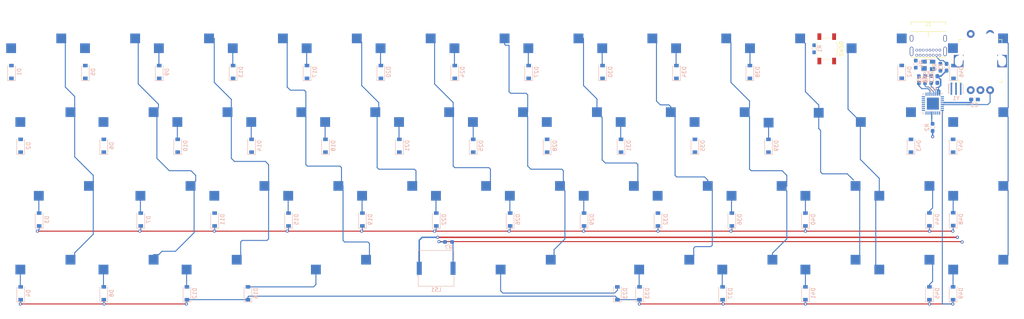
<source format=kicad_pcb>
(kicad_pcb (version 20211014) (generator pcbnew)
  (layers (0 "F.Cu" signal) (31 "B.Cu" signal) (34 "B.Paste" user) (35 "F.Paste" user) (36 "B.SilkS" user "B.Silkscreen") (37 "F.SilkS" user "F.Silkscreen") (38 "B.Mask" user) (39 "F.Mask" user) (44 "Edge.Cuts" user))
  (net 0 "")
  (net 1 "GND")
  (net 2 "+5V")
  (net 3 "Net-(D1-Pad2)")
  (net 4 "Net-(D2-Pad2)")
  (net 5 "Net-(D3-Pad2)")
  (net 6 "row3")
  (net 7 "Net-(D6-Pad2)")
  (net 8 "Net-(D9-Pad2)")
  (net 9 "Net-(D10-Pad2)")
  (net 10 "Net-(D12-Pad2)")
  (net 11 "Net-(D13-Pad2)")
  (net 12 "Net-(D14-Pad2)")
  (net 13 "Net-(D19-Pad2)")
  (net 14 "Net-(D22-Pad2)")
  (net 15 "Net-(D33-Pad2)")
  (net 16 "Net-(D34-Pad2)")
  (net 17 "Net-(D42-Pad2)")
  (net 18 "Net-(D43-Pad2)")
  (net 19 "Net-(D44-Pad2)")
  (net 20 "Net-(D45-Pad2)")
  (net 21 "Net-(D47-Pad2)")
  (net 22 "Net-(D48-Pad2)")
  (net 23 "Net-(D49-Pad2)")
  (net 24 "Net-(D50-Pad2)")
  (net 25 "VCC")
  (net 26 "Net-(J1-PadA5)")
  (net 28 "Net-(J1-PadB5)")
  (net 30 "Net-(LS1-Pad2)")
  (net 31 "Net-(R1-Pad1)")
  (net 32 "Net-(R2-Pad1)")
  (net 33 "D+")
  (net 34 "D-")
  (net 35 "Audio")
  (net 36 "col11")
  (net 37 "RE_B")
  (net 38 "RE_A")
  (net 39 "RE_1")
  (net 40 "Net-(D50-Pad3)")
  (net 41 "Net-(U1-Pad1)")
  (net 42 "Net-(U1-Pad2)")
  (net 43 "Net-(SW4-Pad1)")
  (net 44 "Net-(SW5-Pad1)")
  (net 45 "Net-(SW7-Pad1)")
  (net 46 "Net-(SW8-Pad1)")
  (net 47 "Net-(SW11-Pad1)")
  (net 48 "Net-(SW15-Pad1)")
  (net 49 "Net-(SW16-Pad1)")
  (net 50 "Net-(SW17-Pad1)")
  (net 51 "Net-(SW18-Pad1)")
  (net 52 "Net-(SW20-Pad1)")
  (net 53 "Net-(SW21-Pad1)")
  (net 54 "Net-(SW24-Pad1)")
  (net 55 "Net-(SW26-Pad1)")
  (net 56 "Net-(SW27-Pad1)")
  (net 57 "Net-(SW28-Pad1)")
  (net 58 "Net-(SW29-Pad1)")
  (net 59 "Net-(SW30-Pad1)")
  (net 60 "Net-(SW31-Pad1)")
  (net 61 "Net-(SW32-Pad1)")
  (net 62 "Net-(SW35-Pad1)")
  (net 63 "Net-(SW36-Pad1)")
  (net 64 "Net-(SW37-Pad1)")
  (net 65 "Net-(SW38-Pad1)")
  (net 66 "Net-(SW39-Pad1)")
  (net 67 "Net-(SW40-Pad1)")
  (net 68 "Net-(SW41-Pad1)")
  (net 69 "row0")
  (net 70 "row1")
  (net 71 "row2")
  (net 72 "col0")
  (net 73 "col1")
  (net 74 "col2")
  (net 75 "col3")
  (net 76 "col4")
  (net 77 "col5")
  (net 78 "col6")
  (net 79 "col7")
  (net 80 "col8")
  (net 81 "col9")
  (net 82 "col10")
  (net 83 "RE_2")
  (net 84 "Net-(C1-Pad1)")
  (net 85 "Net-(D23-Pad2)")
  (net 86 "Net-(D25-Pad2)")
  (footprint "MX_Only:MXOnly-1.25U-Hotswap" (layer "F.Cu") (at 33.3375 45.24375)
    (fp_text reference "SW2")
    (fp_text value "SW_Push")
  )
  (footprint "MX_Only:MXOnly-1.75U-Hotswap" (layer "F.Cu") (at 38.1 64.29375)
    (fp_text reference "SW3")
    (fp_text value "SW_Push")
  )
  (footprint "MX_Only:MXOnly-1U-Hotswap" (layer "F.Cu") (at 169.06875 45.24375)
    (fp_text reference "SW28")
    (fp_text value "SW_Push")
  )
  (footprint "MX_Only:MXOnly-1U-Hotswap" (layer "F.Cu") (at 111.91875 45.24375)
    (fp_text reference "SW18")
    (fp_text value "SW_Push")
  )
  (footprint "MX_Only:MXOnly-1U-Hotswap" (layer "F.Cu") (at 254.79375 83.34375)
    (fp_text reference "SW45")
    (fp_text value "SW_Push")
  )
  (footprint "MX_Only:MXOnly-1U-Hotswap" (layer "F.Cu") (at 64.29375 64.29375)
    (fp_text reference "SW7")
    (fp_text value "SW_Push")
  )
  (footprint "MX_Only:MXOnly-1.25U-Hotswap" (layer "F.Cu") (at 33.3375 83.34375)
    (fp_text reference "SW4")
    (fp_text value "SW_Push")
  )
  (footprint "MX_Only:MXOnly-1U-Hotswap" (layer "F.Cu") (at 30.95625 26.19375)
    (fp_text reference "SW1")
    (fp_text value "SW_Push")
  )
  (footprint "MX_Only:MXOnly-1U-Hotswap" (layer "F.Cu") (at 188.11875 45.24375)
    (fp_text reference "SW31")
    (fp_text value "SW_Push")
  )
  (footprint "MX_Only:MXOnly-1U-Hotswap" (layer "F.Cu") (at 273.78 26.175)
    (fp_text reference "SW46")
    (fp_text value "SW_Push")
  )
  (footprint "MX_Only:MXOnly-1U-Hotswap" (layer "F.Cu") (at 102.39375 64.29375)
    (fp_text reference "SW15")
    (fp_text value "SW_Push")
  )
  (footprint "MX_Only:MXOnly-1U-Hotswap" (layer "F.Cu") (at 254.79375 64.29375)
    (fp_text reference "SW44")
    (fp_text value "SW_Push")
  )
  (footprint "MX_Only:MXOnly-1U-Hotswap" (layer "F.Cu") (at 235.74375 83.34375)
    (fp_text reference "SW41")
    (fp_text value "SW_Push")
  )
  (footprint "MX_Only:MXOnly-1U-Hotswap" (layer "F.Cu") (at 54.76875 45.24375)
    (fp_text reference "SW6")
    (fp_text value "SW_Push")
  )
  (footprint "MX_Only:MXOnly-1.75U-Hotswap" (layer "F.Cu") (at 247.65 26.19375)
    (fp_text reference "SW42")
    (fp_text value "SW_Push")
  )
  (footprint "MX_Only:MXOnly-1U-Hotswap" (layer "F.Cu") (at 73.81875 45.24375)
    (fp_text reference "SW10")
    (fp_text value "SW_Push")
  )
  (footprint "MX_Only:MXOnly-1U-Hotswap" (layer "F.Cu") (at 226.2505 45.4025)
    (fp_text reference "SW39")
    (fp_text value "SW_Push")
  )
  (footprint "MX_Only:MXOnly-1U-Hotswap" (layer "F.Cu") (at 121.44375 64.29375)
    (fp_text reference "SW19")
    (fp_text value "SW_Push")
  )
  (footprint "MX_Only:MXOnly-1U-Hotswap" (layer "F.Cu") (at 273.84375 83.34375)
    (fp_text reference "SW49")
    (fp_text value "SW_Push")
  )
  (footprint "MX_Only:MXOnly-1U-Hotswap" (layer "F.Cu") (at 88.10625 26.19375)
    (fp_text reference "SW13")
    (fp_text value "SW_Push")
  )
  (footprint "MX_Only:MXOnly-1U-Hotswap" (layer "F.Cu") (at 69.05625 26.19375)
    (fp_text reference "SW9")
    (fp_text value "SW_Push")
  )
  (footprint "MX_Only:MXOnly-1U-Hotswap" (layer "F.Cu") (at 140.49375 64.29375)
    (fp_text reference "SW22")
    (fp_text value "SW_Push")
  )
  (footprint "MX_Only:MXOnly-1.5U-Hotswap" (layer "F.Cu") (at 250.03125 45.24375)
    (fp_text reference "SW43")
    (fp_text value "SW_Push")
  )
  (footprint "MX_Only:MXOnly-1U-Hotswap" (layer "F.Cu") (at 192.88125 83.34375)
    (fp_text reference "SW33")
    (fp_text value "SW_Push")
  )
  (footprint "MX_Only:MXOnly-1U-Hotswap" (layer "F.Cu") (at 202.40625 26.19375)
    (fp_text reference "SW34")
    (fp_text value "SW_Push")
  )
  (footprint "MX_Only:MXOnly-1U-Hotswap" (layer "F.Cu") (at 130.96875 45.24375)
    (fp_text reference "SW21")
    (fp_text value "SW_Push")
  )
  (footprint "MX_Only:MXOnly-1U-Hotswap" (layer "F.Cu") (at 178.59375 64.29375)
    (fp_text reference "SW29")
    (fp_text value "SW_Push")
  )
  (footprint "MX_Only:MXOnly-1U-Hotswap" (layer "F.Cu") (at 197.64375 64.29375)
    (fp_text reference "SW32")
    (fp_text value "SW_Push")
  )
  (footprint "MX_Only:MXOnly-1U-Hotswap" (layer "F.Cu") (at 221.45625 26.19375)
    (fp_text reference "SW38")
    (fp_text value "SW_Push")
  )
  (footprint "MX_Only:MXOnly-1U-Hotswap" (layer "F.Cu") (at 273.84375 45.24375)
    (fp_text reference "SW47")
    (fp_text value "SW_Push")
  )
  (footprint "MX_Only:MXOnly-1U-Hotswap" (layer "F.Cu") (at 50.00625 26.19375)
    (fp_text reference "SW5")
    (fp_text value "SW_Push")
  )
  (footprint "MX_Only:MXOnly-2.25U-Hotswap" (layer "F.Cu") (at 109.5375 83.34375)
    (fp_text reference "SW16")
    (fp_text value "SW_Push")
  )
  (footprint "MX_Only:MXOnly-1U-Hotswap" (layer "F.Cu") (at 83.34375 64.29375)
    (fp_text reference "SW11")
    (fp_text value "SW_Push")
  )
  (footprint "MX_Only:MXOnly-1U-Hotswap" (layer "F.Cu") (at 216.69375 64.29375)
    (fp_text reference "SW36")
    (fp_text value "SW_Push")
  )
  (footprint "MX_Only:MXOnly-1U-Hotswap" (layer "F.Cu") (at 145.25625 26.19375)
    (fp_text reference "SW24")
    (fp_text value "SW_Push")
  )
  (footprint "MX_Only:MXOnly-1U-Hotswap" (layer "F.Cu") (at 126.20625 26.19375)
    (fp_text reference "SW20")
    (fp_text value "SW_Push")
  )
  (footprint "MX_Only:MXOnly-1U-Hotswap" (layer "F.Cu") (at 207.16875 45.24375)
    (fp_text reference "SW35")
    (fp_text value "SW_Push")
  )
  (footprint "MX_Only:MXOnly-1U-Hotswap" (layer "F.Cu") (at 183.35625 26.19375)
    (fp_text reference "SW30")
    (fp_text value "SW_Push")
  )
  (footprint "MX_Only:MXOnly-1U-Hotswap" (layer "F.Cu") (at 164.30625 26.19375)
    (fp_text reference "SW27")
    (fp_text value "SW_Push")
  )
  (footprint "MX_Only:MXOnly-1U-Hotswap" (layer "F.Cu") (at 235.74375 64.29375)
    (fp_text reference "SW40")
    (fp_text value "SW_Push")
  )
  (footprint "MX_Only:MXOnly-1U-Hotswap" (layer "F.Cu") (at 54.76875 83.34375)
    (fp_text reference "SW8")
    (fp_text value "SW_Push")
  )
  (footprint "MX_Only:MXOnly-2.75U-Hotswap" (layer "F.Cu") (at 157.1625 83.34375)
    (fp_text reference "SW23")
    (fp_text value "SW_Push")
  )
  (footprint "MX_Only:MXOnly-1U-Hotswap" (layer "F.Cu") (at 159.54375 64.29375)
    (fp_text reference "SW26")
    (fp_text value "SW_Push")
  )
  (footprint "MX_Only:MXOnly-1U-Hotswap" (layer "F.Cu") (at 92.86875 45.24375)
    (fp_text reference "SW14")
    (fp_text value "SW_Push")
  )
  (footprint "Button_Switch_SMD:SW_SPST_TL3342" (layer "F.Cu") (at 234.15625 23.8125 -90)
    (fp_text reference "SW50")
    (fp_text value "SW_Push")
  )
  (footprint "MX_Only:MXOnly-1.25U-Hotswap" (layer "F.Cu") (at 214.3125 83.34375)
    (fp_text reference "SW37")
    (fp_text value "SW_Push")
  )
  (footprint "MX_Only:MXOnly-1U-Hotswap" (layer "F.Cu") (at 273.84375 64.29375)
    (fp_text reference "SW48")
    (fp_text value "SW_Push")
  )
  (footprint "MX_Only:MXOnly-1U-Hotswap" (layer "F.Cu") (at 107.15625 26.19375)
    (fp_text reference "SW17")
    (fp_text value "SW_Push")
  )
  (footprint "MX_Only:MXOnly-1U-Hotswap" (layer "F.Cu") (at 150.01875 45.24375)
    (fp_text reference "SW25")
    (fp_text value "SW_Push")
  )
  (footprint "USB-C:USB_C_GCT_USB4085" (layer "F.Cu") (at 260.35 19.35625 180)
    (fp_text reference "J1")
    (fp_text value "USB_C_Receptacle_USB2.0")
  )
  (footprint "MX_Only:MXOnly-1.25U-Hotswap" (layer "F.Cu") (at 76.2 83.34375)
    (fp_text reference "SW12")
    (fp_text value "SW_Push")
  )
  (footprint "kbd_Parts:RotaryEncoder_EC12E" (layer "F.Cu") (at 273.78 26.96875 90)
    (fp_text reference "SW51")
    (fp_text value "RotaryEncoder_Switch")
  )
  (footprint "Diode_SMD:D_SOD-123" (layer "B.Cu") (at 180.18125 86.93 90)
    (fp_text reference "D23")
    (fp_text value "D_Small")
  )
  (footprint "Diode_SMD:D_SOD-123" (layer "B.Cu") (at 31.1 67.88 90)
    (fp_text reference "D3")
    (fp_text value "D_Small")
  )
  (footprint "Diode_SMD:D_SOD-123" (layer "B.Cu") (at 26.3375 86.93 90)
    (fp_text reference "D4")
    (fp_text value "D_Small")
  )
  (footprint "Diode_SMD:D_SOD-123" (layer "B.Cu") (at 266.7635 67.78625 90)
    (fp_text reference "D48")
    (fp_text value "D_Small")
  )
  (footprint "Diode_SMD:D_SOD-123" (layer "B.Cu") (at 123.96875 48.83 90)
    (fp_text reference "D21")
    (fp_text value "D_Small")
  )
  (footprint "Diode_SMD:D_SOD-123" (layer "B.Cu") (at 228.6635 67.88 90)
    (fp_text reference "D40")
    (fp_text value "D_Small")
  )
  (footprint "Diode_SMD:D_SOD-123" (layer "B.Cu") (at 214.34425 29.78 90)
    (fp_text reference "D38")
    (fp_text value "D_Small")
  )
  (footprint "Diode_SMD:D_SOD-123" (layer "B.Cu") (at 176.35625 29.78 90)
    (fp_text reference "D30")
    (fp_text value "D_Small")
  )
  (footprint "Diode_SMD:D_SOD-123" (layer "B.Cu") (at 228.6635 86.93 90)
    (fp_text reference "D41")
    (fp_text value "D_Small")
  )
  (footprint "Resistor_SMD:R_0603_1608Metric_Pad0.98x0.95mm_HandSolder" (layer "B.Cu") (at 263.46125 28.55625 -90)
    (fp_text reference "R3")
    (fp_text value "5.1k")
  )
  (footprint "Diode_SMD:D_SOD-123" (layer "B.Cu") (at 84.93125 86.93 90)
    (fp_text reference "D16")
    (fp_text value "D_Small")
  )
  (footprint "Resistor_SMD:R_0603_1608Metric_Pad0.98x0.95mm_HandSolder" (layer "B.Cu") (at 230.9175 23.79375 90)
    (fp_text reference "R1")
    (fp_text value "10k")
  )
  (footprint "Diode_SMD:D_SOD-123" (layer "B.Cu") (at 209.69375 67.88 90)
    (fp_text reference "D36")
    (fp_text value "D_Small")
  )
  (footprint "Diode_SMD:D_SOD-123" (layer "B.Cu") (at 66.81875 48.83 90)
    (fp_text reference "D10")
    (fp_text value "D_Small")
  )
  (footprint "Resistor_SMD:R_0603_1608Metric_Pad0.98x0.95mm_HandSolder" (layer "B.Cu") (at 259.4925 31.75 -90)
    (fp_text reference "R5")
    (fp_text value "22k")
  )
  (footprint "Diode_SMD:D_SOD-123" (layer "B.Cu") (at 47.76875 86.93 90)
    (fp_text reference "D8")
    (fp_text value "D_Small")
  )
  (footprint "Diode_SMD:D_SOD-123" (layer "B.Cu") (at 95.39375 67.88 90)
    (fp_text reference "D15")
    (fp_text value "D_Small")
  )
  (footprint "Diode_SMD:D_SOD-123" (layer "B.Cu") (at 260.63575 86.93 90)
    (fp_text reference "D45")
    (fp_text value "D_Small")
  )
  (footprint "Fuse:Fuse_0603_1608Metric_Pad1.05x0.95mm_HandSolder" (layer "B.Cu") (at 265.04875 28.55625 -90)
    (fp_text reference "F1")
    (fp_text value "500mA")
  )
  (footprint "Crystal:Resonator_SMD_Murata_CSTxExxV-3Pin_3.0x1.1mm_HandSoldering" (layer "B.Cu") (at 267.49375 34.1125)
    (fp_text reference "Y1")
    (fp_text value "Crystal_GND3_Small")
  )
  (footprint "Diode_SMD:D_SOD-123" (layer "B.Cu") (at 69.2 86.93 90)
    (fp_text reference "D12")
    (fp_text value "D_Small")
  )
  (footprint "Diode_SMD:D_SOD-123" (layer "B.Cu") (at 157.30625 29.78 90)
    (fp_text reference "D27")
    (fp_text value "D_Small")
  )
  (footprint "Diode_SMD:D_SOD-123" (layer "B.Cu") (at 171.59375 67.88 90)
    (fp_text reference "D29")
    (fp_text value "D_Small")
  )
  (footprint "Resistor_SMD:R_0603_1608Metric_Pad0.98x0.95mm_HandSolder" (layer "B.Cu") (at 136.655 73.6875)
    (fp_text reference "R7")
    (fp_text value "1k")
  )
  (footprint "Diode_SMD:D_SOD-123" (layer "B.Cu") (at 260.63575 67.84875 90)
    (fp_text reference "D44")
    (fp_text value "D_Small")
  )
  (footprint "Diode_SMD:D_SOD-123" (layer "B.Cu") (at 195.40625 29.78 90)
    (fp_text reference "D34")
    (fp_text value "D_Small")
  )
  (footprint "Diode_SMD:D_SOD-123" (layer "B.Cu") (at 207.3125 86.93 90)
    (fp_text reference "D37")
    (fp_text value "D_Small")
  )
  (footprint "Diode_SMD:D_SOD-123" (layer "B.Cu") (at 253.492 29.74875 90)
    (fp_text reference "D42")
    (fp_text value "D_Small")
  )
  (footprint "Diode_SMD:D_SOD-123" (layer "B.Cu") (at 200.16875 48.83 90)
    (fp_text reference "D35")
    (fp_text value "D_Small")
  )
  (footprint "Capacitor_SMD:C_0603_1608Metric_Pad1.08x0.95mm_HandSolder" (layer "B.Cu") (at 257.905 31.79375 90)
    (fp_text reference "C1")
    (fp_text value "1uF")
  )
  (footprint "Diode_SMD:D_SOD-123" (layer "B.Cu") (at 23.95625 29.78 90)
    (fp_text reference "D1")
    (fp_text value "D_Small")
  )
  (footprint "Diode_SMD:D_SOD-123" (layer "B.Cu") (at 114.44375 67.88 90)
    (fp_text reference "D19")
    (fp_text value "D_Small")
  )
  (footprint "Diode_SMD:D_SOD-123" (layer "B.Cu") (at 100.15625 29.78 90)
    (fp_text reference "D17")
    (fp_text value "D_Small")
  )
  (footprint "Package_TO_SOT_SMD:SOT-143" (layer "B.Cu") (at 260.35 28.0875)
    (fp_text reference "D50")
    (fp_text value "PRTR5V0U2X")
  )
  (footprint "Diode_SMD:D_SOD-123" (layer "B.Cu") (at 57.29375 67.88 90)
    (fp_text reference "D7")
    (fp_text value "D_Small")
  )
  (footprint "Diode_SMD:D_SOD-123" (layer "B.Cu") (at 219.1385 48.83 90)
    (fp_text reference "D39")
    (fp_text value "D_Small")
  )
  (footprint "Diode_SMD:D_SOD-123" (layer "B.Cu") (at 76.34375 67.88 90)
    (fp_text reference "D11")
    (fp_text value "D_Small")
  )
  (footprint "Diode_SMD:D_SOD-123" (layer "B.Cu") (at 119.20625 29.78 90)
    (fp_text reference "D20")
    (fp_text value "D_Small")
  )
  (footprint "Diode_SMD:D_SOD-123" (layer "B.Cu") (at 43.00625 29.78 90)
    (fp_text reference "D5")
    (fp_text value "D_Small")
  )
  (footprint "Diode_SMD:D_SOD-123" (layer "B.Cu") (at 138.25625 29.78 90)
    (fp_text reference "D24")
    (fp_text value "D_Small")
  )
  (footprint "Diode_SMD:D_SOD-123" (layer "B.Cu") (at 185.88125 86.93 90)
    (fp_text reference "D33")
    (fp_text value "D_Small")
  )
  (footprint "Diode_SMD:D_SOD-123" (layer "B.Cu") (at 255.87325 48.83 90)
    (fp_text reference "D43")
    (fp_text value "D_Small")
  )
  (footprint "Resistor_SMD:R_0603_1608Metric_Pad0.98x0.95mm_HandSolder" (layer "B.Cu") (at 257.11125 27.7625 90)
    (fp_text reference "R4")
    (fp_text value "5.1k")
  )
  (footprint "Diode_SMD:D_SOD-123" (layer "B.Cu") (at 26.3375 48.83 90)
    (fp_text reference "D2")
    (fp_text value "D_Small")
  )
  (footprint "Diode_SMD:D_SOD-123" (layer "B.Cu") (at 47.76875 48.83 90)
    (fp_text reference "D6")
    (fp_text value "D_Small")
  )
  (footprint "Package_DFN_QFN:QFN-32-1EP_5x5mm_P0.5mm_EP3.1x3.1mm" (layer "B.Cu") (at 261.52375 37.95375 180)
    (fp_text reference "U1")
    (fp_text value "ATmega32U2-M")
  )
  (footprint "Diode_SMD:D_SOD-123" (layer "B.Cu") (at 266.84375 29.78 90)
    (fp_text reference "D46")
    (fp_text value "D_Small")
  )
  (footprint "Diode_SMD:D_SOD-123" (layer "B.Cu") (at 190.64375 67.88 90)
    (fp_text reference "D32")
    (fp_text value "D_Small")
  )
  (footprint "Diode_SMD:D_SOD-123" (layer "B.Cu") (at 143.01875 48.83 90)
    (fp_text reference "D25")
    (fp_text value "D_Small")
  )
  (footprint "Capacitor_SMD:C_0603_1608Metric_Pad1.08x0.95mm_HandSolder" (layer "B.Cu") (at 262.6675 31.73125 -90)
    (fp_text reference "C2")
    (fp_text value "10uF")
  )
  (footprint "Diode_SMD:D_SOD-123" (layer "B.Cu") (at 152.54375 67.88 90)
    (fp_text reference "D26")
    (fp_text value "D_Small")
  )
  (footprint "Buzzer_Beeper:Buzzer_Murata_PKMCS0909E" (layer "B.Cu") (at 133.455 80.4875)
    (fp_text reference "LS1")
    (fp_text value "Speaker")
  )
  (footprint "Diode_SMD:D_SOD-123" (layer "B.Cu") (at 85.86875 48.83 90)
    (fp_text reference "D14")
    (fp_text value "D_Small")
  )
  (footprint "Diode_SMD:D_SOD-123" (layer "B.Cu") (at 104.91875 48.83 90)
    (fp_text reference "D18")
    (fp_text value "D_Small")
  )
  (footprint "Resistor_SMD:R_0603_1608Metric_Pad0.98x0.95mm_HandSolder" (layer "B.Cu") (at 261.08 31.73125 -90)
    (fp_text reference "R6")
    (fp_text value "22k")
  )
  (footprint "Diode_SMD:D_SOD-123" (layer "B.Cu") (at 266.73175 48.83 90)
    (fp_text reference "D47")
    (fp_text value "D_Small")
  )
  (footprint "Diode_SMD:D_SOD-123" (layer "B.Cu") (at 181.11875 48.83 90)
    (fp_text reference "D31")
    (fp_text value "D_Small")
  )
  (footprint "Capacitor_SMD:C_0603_1608Metric_Pad1.08x0.95mm_HandSolder" (layer "B.Cu") (at 272.255 36.8875)
    (fp_text reference "C3")
    (fp_text value "0.1uF")
  )
  (footprint "Diode_SMD:D_SOD-123" (layer "B.Cu") (at 133.49375 67.88 90)
    (fp_text reference "D22")
    (fp_text value "D_Small")
  )
  (footprint "Diode_SMD:D_SOD-123" (layer "B.Cu") (at 81.10625 29.78 90)
    (fp_text reference "D13")
    (fp_text value "D_Small")
  )
  (footprint "Resistor_SMD:R_0603_1608Metric_Pad0.98x0.95mm_HandSolder" (layer "B.Cu") (at 261.455 44.0875 -90)
    (fp_text reference "R2")
    (fp_text value "10k")
  )
  (footprint "Diode_SMD:D_SOD-123" (layer "B.Cu") (at 62.05625 29.78 90)
    (fp_text reference "D9")
    (fp_text value "D_Small")
  )
  (footprint "Diode_SMD:D_SOD-123" (layer "B.Cu") (at 266.73175 86.93 90)
    (fp_text reference "D49")
    (fp_text value "D_Small")
  )
  (footprint "Diode_SMD:D_SOD-123" (layer "B.Cu") (at 162.06875 48.83 90)
    (fp_text reference "D28")
    (fp_text value "D_Small")
  )
  (segment (start 133.855 72.4875) (end 267.855 72.4875) (width 0.381) (layer "F.Cu") (net 1))
  (via (at 133.855 72.4875) (size 0.8) (drill 0.4) (layers "F.Cu" "B.Cu") (net 1))
  (via (at 267.855 72.4875) (size 0.8) (drill 0.4) (layers "F.Cu" "B.Cu") (net 1))
  (via (at 261.455 46.4875) (size 0.8) (drill 0.4) (layers "F.Cu" "B.Cu") (net 1))
  (segment (start 129.855 72.4875) (end 129.105 73.2375) (width 0.381) (layer "B.Cu") (net 1))
  (segment (start 261.455 45) (end 261.455 46.4875) (width 0.381) (layer "B.Cu") (net 1))
  (segment (start 129.105 73.2375) (end 129.105 80.4875) (width 0.381) (layer "B.Cu") (net 1))
  (segment (start 133.855 72.4875) (end 129.855 72.4875) (width 0.381) (layer "B.Cu") (net 1))
  (via (at 262.701242 34.069499) (size 0.8) (drill 0.4) (layers "F.Cu" "B.Cu") (net 2))
  (segment (start 263.61125 30.86875) (end 262.6675 30.86875) (width 0.381) (layer "B.Cu") (net 2))
  (segment (start 262.701242 34.069499) (end 262.78877 34.157027) (width 0.381) (layer "B.Cu") (net 2))
  (segment (start 263.53252 33.238221) (end 263.53252 31.73377) (width 0.381) (layer "B.Cu") (net 2))
  (segment (start 262.701242 34.069499) (end 263.53252 33.238221) (width 0.381) (layer "B.Cu") (net 2))
  (segment (start 263.27375 34.642007) (end 263.27375 35.51625) (width 0.381) (layer "B.Cu") (net 2))
  (segment (start 264.554959 37.6875) (end 264.538709 37.70375) (width 0.381) (layer "B.Cu") (net 2))
  (segment (start 271.3925 37.6875) (end 264.554959 37.6875) (width 0.381) (layer "B.Cu") (net 2))
  (segment (start 263.53252 31.73377) (end 262.6675 30.86875) (width 0.381) (layer "B.Cu") (net 2))
  (segment (start 271.3925 36.8875) (end 271.3925 37.6875) (width 0.381) (layer "B.Cu") (net 2))
  (segment (start 262.78877 34.157027) (end 262.78877 35.51625) (width 0.381) (layer "B.Cu") (net 2))
  (segment (start 265.04875 29.43125) (end 263.61125 30.86875) (width 0.381) (layer "B.Cu") (net 2))
  (segment (start 262.701242 34.069499) (end 263.27375 34.642007) (width 0.381) (layer "B.Cu") (net 2))
  (arc (start 262.787235 30.935245) (mid 262.722827 30.909783) (end 262.6675 30.86875) (width 0.381) (layer "B.Cu") (net 2))
  (segment (start 31.015 61.75375) (end 31.015 66.145) (width 0.25) (layer "B.Cu") (net 5))
  (segment (start 31.015 66.145) (end 31.1 66.23) (width 0.25) (layer "B.Cu") (net 5))
  (segment (start 228.655 89.6875) (end 207.455 89.6875) (width 0.25) (layer "F.Cu") (net 6))
  (segment (start 266.655 89.6875) (end 260.655 89.6875) (width 0.25) (layer "F.Cu") (net 6))
  (segment (start 260.655 89.6875) (end 228.655 89.6875) (width 0.25) (layer "F.Cu") (net 6))
  (segment (start 47.855 89.6875) (end 26.255 89.6875) (width 0.25) (layer "F.Cu") (net 6))
  (segment (start 207.455 89.6875) (end 185.855 89.6875) (width 0.25) (layer "F.Cu") (net 6))
  (segment (start 69.055 89.6875) (end 47.855 89.6875) (width 0.25) (layer "F.Cu") (net 6))
  (via (at 185.855 89.6875) (size 0.8) (drill 0.4) (layers "F.Cu" "B.Cu") (net 6))
  (via (at 207.455 89.6875) (size 0.8) (drill 0.4) (layers "F.Cu" "B.Cu") (net 6))
  (via (at 228.655 89.6875) (size 0.8) (drill 0.4) (layers "F.Cu" "B.Cu") (net 6))
  (via (at 47.855 89.6875) (size 0.8) (drill 0.4) (layers "F.Cu" "B.Cu") (net 6))
  (via (at 266.655 89.6875) (size 0.8) (drill 0.4) (layers "F.Cu" "B.Cu") (net 6))
  (via (at 260.655 89.6875) (size 0.8) (drill 0.4) (layers "F.Cu" "B.Cu") (net 6))
  (via (at 69.055 89.6875) (size 0.8) (drill 0.4) (layers "F.Cu" "B.Cu") (net 6))
  (via (at 26.255 89.6875) (size 0.8) (drill 0.4) (layers "F.Cu" "B.Cu") (net 6))
  (segment (start 84.93125 88.8875) (end 85.055 88.8875) (width 0.25) (layer "B.Cu") (net 6))
  (segment (start 228.6635 88.58) (end 228.6635 89.679) (width 0.25) (layer "B.Cu") (net 6))
  (segment (start 266.655 89.6875) (end 263.96125 89.6875) (width 0.25) (layer "B.Cu") (net 6))
  (segment (start 180.18125 88.58) (end 185.88125 88.58) (width 0.25) (layer "B.Cu") (net 6))
  (segment (start 260.63575 88.58) (end 260.63575 89.66825) (width 0.25) (layer "B.Cu") (net 6))
  (segment (start 266.73175 88.58) (end 266.73175 89.61075) (width 0.25) (layer "B.Cu") (net 6))
  (segment (start 207.3125 89.545) (end 207.455 89.6875) (width 0.25) (layer "B.Cu") (net 6))
  (segment (start 263.96125 89.6875) (end 263.96125 39.70375) (width 0.25) (layer "B.Cu") (net 6))
  (segment (start 185.88125 89.66125) (end 185.855 89.6875) (width 0.25) (layer "B.Cu") (net 6))
  (segment (start 180.18125 88.58) (end 180.18125 88.20625) (width 0.25) (layer "B.Cu") (net 6))
  (segment (start 260.63575 89.66825) (end 260.655 89.6875) (width 0.25) (layer "B.Cu") (net 6))
  (segment (start 185.88125 88.58) (end 185.88125 89.66125) (width 0.25) (layer "B.Cu") (net 6))
  (segment (start 47.76875 88.58) (end 47.76875 89.60125) (width 0.25) (layer "B.Cu") (net 6))
  (segment (start 228.6635 89.679) (end 228.655 89.6875) (width 0.25) (layer "B.Cu") (net 6))
  (segment (start 84.93125 87.88) (end 84.93125 88.58) (width 0.25) (layer "B.Cu") (net 6))
  (segment (start 84.93125 88.58) (end 84.93125 88.8875) (width 0.25) (layer "B.Cu") (net 6))
  (segment (start 85.12375 87.6875) (end 84.93125 87.88) (width 0.25) (layer "B.Cu") (net 6))
  (segment (start 69.2 89.5425) (end 69.055 89.6875) (width 0.25) (layer "B.Cu") (net 6))
  (segment (start 179.6625 87.6875) (end 85.12375 87.6875) (width 0.25) (layer "B.Cu") (net 6))
  (segment (start 47.76875 89.60125) (end 47.855 89.6875) (width 0.25) (layer "B.Cu") (net 6))
  (segment (start 180.18125 88.20625) (end 179.6625 87.6875) (width 0.25) (layer "B.Cu") (net 6))
  (segment (start 84.93125 88.58) (end 69.2 88.58) (width 0.25) (layer "B.Cu") (net 6))
  (segment (start 207.3125 88.58) (end 207.3125 89.545) (width 0.25) (layer "B.Cu") (net 6))
  (segment (start 26.3375 89.605) (end 26.255 89.6875) (width 0.25) (layer "B.Cu") (net 6))
  (segment (start 266.73175 89.61075) (end 266.655 89.6875) (width 0.25) (layer "B.Cu") (net 6))
  (segment (start 26.3375 88.58) (end 26.3375 89.605) (width 0.25) (layer "B.Cu") (net 6))
  (segment (start 69.2 88.58) (end 69.2 89.5425) (width 0.25) (layer "B.Cu") (net 6))
  (segment (start 61.97125 28.045) (end 62.05625 28.13) (width 0.25) (layer "B.Cu") (net 8))
  (segment (start 61.97125 23.65375) (end 61.97125 28.045) (width 0.25) (layer "B.Cu") (net 8))
  (segment (start 66.73375 47.095) (end 66.81875 47.18) (width 0.25) (layer "B.Cu") (net 9))
  (segment (start 66.73375 42.70375) (end 66.73375 47.095) (width 0.25) (layer "B.Cu") (net 9))
  (segment (start 69.115 85.195) (end 69.2 85.28) (width 0.25) (layer "B.Cu") (net 10))
  (segment (start 69.115 80.80375) (end 69.115 85.195) (width 0.25) (layer "B.Cu") (net 10))
  (segment (start 81.02125 23.65375) (end 81.855 23.65375) (width 0.25) (layer "B.Cu") (net 11))
  (segment (start 81.855 23.65375) (end 81.855 24.0875) (width 0.25) (layer "B.Cu") (net 11))
  (segment (start 81.02125 28.045) (end 81.10625 28.13) (width 0.25) (layer "B.Cu") (net 11))
  (segment (start 81.02125 23.65375) (end 81.02125 28.045) (width 0.25) (layer "B.Cu") (net 11))
  (segment (start 85.78375 47.095) (end 85.86875 47.18) (width 0.25) (layer "B.Cu") (net 12))
  (segment (start 85.78375 42.70375) (end 85.78375 47.095) (width 0.25) (layer "B.Cu") (net 12))
  (segment (start 114.35875 66.145) (end 114.44375 66.23) (width 0.25) (layer "B.Cu") (net 13))
  (segment (start 114.35875 61.75375) (end 114.35875 66.145) (width 0.25) (layer "B.Cu") (net 13))
  (segment (start 133.40875 66.145) (end 133.49375 66.23) (width 0.25) (layer "B.Cu") (net 14))
  (segment (start 133.40875 61.75375) (end 133.40875 66.145) (width 0.25) (layer "B.Cu") (net 14))
  (segment (start 185.79625 80.80375) (end 185.79625 85.195) (width 0.25) (layer "B.Cu") (net 15))
  (segment (start 185.79625 85.195) (end 185.88125 85.28) (width 0.25) (layer "B.Cu") (net 15))
  (segment (start 195.32125 23.65375) (end 195.32125 28.045) (width 0.25) (layer "B.Cu") (net 16))
  (segment (start 195.32125 28.045) (end 195.40625 28.13) (width 0.25) (layer "B.Cu") (net 16))
  (segment (start 260.63575 59.21375) (end 261.455 60.033) (width 0.25) (layer "B.Cu") (net 19))
  (segment (start 261.455 64.8875) (end 260.63575 65.70675) (width 0.25) (layer "B.Cu") (net 19))
  (segment (start 261.455 60.033) (end 261.455 64.8875) (width 0.25) (layer "B.Cu") (net 19))
  (segment (start 260.63575 65.70675) (end 260.63575 66.19875) (width 0.25) (layer "B.Cu") (net 19))
  (segment (start 261.455 83.874125) (end 261.455 79.083) (width 0.25) (layer "B.Cu") (net 20))
  (segment (start 260.63575 84.693375) (end 261.455 83.874125) (width 0.25) (layer "B.Cu") (net 20))
  (segment (start 260.63575 85.28) (end 260.63575 84.693375) (width 0.25) (layer "B.Cu") (net 20))
  (segment (start 261.455 79.083) (end 260.63575 78.26375) (width 0.25) (layer "B.Cu") (net 20))
  (segment (start 266.75875 61.75375) (end 266.75875 66.1315) (width 0.25) (layer "B.Cu") (net 22))
  (segment (start 266.75875 66.1315) (end 266.7635 66.13625) (width 0.25) (layer "B.Cu") (net 22))
  (segment (start 266.73175 80.83075) (end 266.75875 80.80375) (width 0.25) (layer "B.Cu") (net 23))
  (segment (start 266.73175 85.28) (end 266.73175 80.83075) (width 0.25) (layer "B.Cu") (net 23))
  (segment (start 262.475 25.915869) (end 263.390861 26.83173) (width 0.25) (layer "B.Cu") (net 25))
  (segment (start 263.390861 26.83173) (end 264.199231 26.83173) (width 0.25) (layer "B.Cu") (net 25))
  (segment (start 264.199231 26.83173) (end 265.04875 27.68125) (width 0.25) (layer "B.Cu") (net 25))
  (segment (start 262.475 25.45625) (end 262.475 25.915869) (width 0.25) (layer "B.Cu") (net 25))
  (segment (start 137.805 73.925) (end 137.805 80.4875) (width 0.25) (layer "B.Cu") (net 30))
  (segment (start 137.5675 73.6875) (end 137.805 73.925) (width 0.25) (layer "B.Cu") (net 30))
  (segment (start 261.455 43.175) (end 261.22327 42.94327) (width 0.25) (layer "B.Cu") (net 32))
  (segment (start 261.22327 40.0875) (end 261.22327 41.91923) (width 0.25) (layer "B.Cu") (net 32))
  (segment (start 261.22327 42.94327) (end 261.22327 40.0875) (width 0.25) (layer "B.Cu") (net 32))
  (segment (start 261.77375 35.005889) (end 260.430841 33.66298) (width 0.2) (layer "B.Cu") (net 33))
  (segment (start 259.4925 33.39375) (end 259.4925 32.6625) (width 0.2) (layer "B.Cu") (net 33))
  (segment (start 260.430841 33.66298) (end 259.76173 33.66298) (width 0.2) (layer "B.Cu") (net 33))
  (segment (start 261.77375 35.51625) (end 261.77375 35.005889) (width 0.2) (layer "B.Cu") (net 33))
  (segment (start 259.76173 33.66298) (end 259.4925 33.39375) (width 0.2) (layer "B.Cu") (net 33))
  (segment (start 261.08 33.4375) (end 262.27375 34.63125) (width 0.2) (layer "B.Cu") (net 34))
  (segment (start 261.08 32.64375) (end 261.08 33.4375) (width 0.2) (layer "B.Cu") (net 34))
  (segment (start 262.27375 34.63125) (end 262.27375 35.51625) (width 0.2) (layer "B.Cu") (net 34))
  (segment (start 268.955 73.5875) (end 134.18 73.5875) (width 0.25) (layer "F.Cu") (net 35))
  (segment (start 269.055 73.6875) (end 268.955 73.5875) (width 0.25) (layer "F.Cu") (net 35))
  (via (at 269.055 73.6875) (size 0.8) (drill 0.4) (layers "F.Cu" "B.Cu") (net 35))
  (via (at 134.18 73.5875) (size 0.8) (drill 0.4) (layers "F.Cu" "B.Cu") (net 35))
  (segment (start 135.7425 73.6875) (end 134.28 73.6875) (width 0.25) (layer "B.Cu") (net 35))
  (segment (start 240.565 23.65375) (end 239.64875 24.57) (width 0.25) (layer "B.Cu") (net 36))
  (segment (start 246.7925 79.8875) (end 247.70875 80.80375) (width 0.25) (layer "B.Cu") (net 36))
  (segment (start 239.64875 24.57) (end 239.64875 39.40625) (width 0.25) (layer "B.Cu") (net 36))
  (segment (start 247.70875 57.25375) (end 247.70875 61.75375) (width 0.25) (layer "B.Cu") (net 36))
  (segment (start 246.7925 62.67) (end 246.7925 79.8875) (width 0.25) (layer "B.Cu") (net 36))
  (segment (start 239.64875 39.40625) (end 242.94625 42.70375) (width 0.25) (layer "B.Cu") (net 36))
  (segment (start 242.82375 42.82625) (end 242.82375 52.36875) (width 0.25) (layer "B.Cu") (net 36))
  (segment (start 242.82375 52.36875) (end 247.70875 57.25375) (width 0.25) (layer "B.Cu") (net 36))
  (segment (start 242.94625 42.70375) (end 242.82375 42.82625) (width 0.25) (layer "B.Cu") (net 36))
  (segment (start 247.70875 61.75375) (end 246.7925 62.67) (width 0.25) (layer "B.Cu") (net 36))
  (segment (start 263.97627 38.21877) (end 270.591454 38.21877) (width 0.25) (layer "B.Cu") (net 38))
  (segment (start 276.28 37.616526) (end 276.28 34.46875) (width 0.25) (layer "B.Cu") (net 38))
  (segment (start 270.591454 38.21877) (end 270.607704 38.20252) (width 0.25) (layer "B.Cu") (net 38))
  (segment (start 275.694006 38.20252) (end 276.28 37.616526) (width 0.25) (layer "B.Cu") (net 38))
  (segment (start 270.607704 38.20252) (end 275.694006 38.20252) (width 0.25) (layer "B.Cu") (net 38))
  (segment (start 263.96125 38.20375) (end 263.97627 38.21877) (width 0.25) (layer "B.Cu") (net 38))
  (segment (start 26.2525 80.80375) (end 26.2525 85.195) (width 0.25) (layer "B.Cu") (net 43))
  (segment (start 26.2525 85.195) (end 26.3375 85.28) (width 0.25) (layer "B.Cu") (net 43))
  (segment (start 57.20875 61.75375) (end 57.20875 66.145) (width 0.25) (layer "B.Cu") (net 45))
  (segment (start 57.20875 66.145) (end 57.29375 66.23) (width 0.25) (layer "B.Cu") (net 45))
  (segment (start 47.68375 80.80375) (end 47.68375 85.195) (width 0.25) (layer "B.Cu") (net 46))
  (segment (start 47.68375 85.195) (end 47.76875 85.28) (width 0.25) (layer "B.Cu") (net 46))
  (segment (start 95.30875 61.75375) (end 95.30875 66.145) (width 0.25) (layer "B.Cu") (net 48))
  (segment (start 95.30875 66.145) (end 95.39375 66.23) (width 0.25) (layer "B.Cu") (net 48))
  (segment (start 101.8625 85.28) (end 84.93125 85.28) (width 0.25) (layer "B.Cu") (net 49))
  (segment (start 102.4525 84.69) (end 101.8625 85.28) (width 0.25) (layer "B.Cu") (net 49))
  (segment (start 102.4525 80.80375) (end 102.4525 84.69) (width 0.25) (layer "B.Cu") (net 49))
  (segment (start 100.07125 23.65375) (end 100.07125 28.045) (width 0.25) (layer "B.Cu") (net 50))
  (segment (start 100.07125 28.045) (end 100.15625 28.13) (width 0.25) (layer "B.Cu") (net 50))
  (segment (start 104.83375 42.70375) (end 104.83375 47.095) (width 0.25) (layer "B.Cu") (net 51))
  (segment (start 104.83375 47.095) (end 104.91875 47.18) (width 0.25) (layer "B.Cu") (net 51))
  (segment (start 119.12125 23.65375) (end 119.12125 28.045) (width 0.25) (layer "B.Cu") (net 52))
  (segment (start 119.12125 28.045) (end 119.20625 28.13) (width 0.25) (layer "B.Cu") (net 52))
  (segment (start 123.88375 47.095) (end 123.96875 47.18) (width 0.25) (layer "B.Cu") (net 53))
  (segment (start 123.88375 42.70375) (end 123.88375 47.095) (width 0.25) (layer "B.Cu") (net 53))
  (segment (start 138.17125 23.65375) (end 138.17125 28.045) (width 0.25) (layer "B.Cu") (net 54))
  (segment (start 138.17125 28.045) (end 138.25625 28.13) (width 0.25) (layer "B.Cu") (net 54))
  (segment (start 152.45875 66.145) (end 152.54375 66.23) (width 0.25) (layer "B.Cu") (net 55))
  (segment (start 152.45875 61.75375) (end 152.45875 66.145) (width 0.25) (layer "B.Cu") (net 55))
  (segment (start 157.22125 28.045) (end 157.30625 28.13) (width 0.25) (layer "B.Cu") (net 56))
  (segment (start 157.22125 23.65375) (end 157.22125 28.045) (width 0.25) (layer "B.Cu") (net 56))
  (segment (start 171.50875 61.75375) (end 171.50875 62.8875) (width 0.25) (layer "B.Cu") (net 58))
  (segment (start 171.50875 62.8875) (end 171.855 62.8875) (width 0.25) (layer "B.Cu") (net 58))
  (segment (start 171.50875 61.75375) (end 171.50875 66.145) (width 0.25) (layer "B.Cu") (net 58))
  (segment (start 171.50875 66.145) (end 171.59375 66.23) (width 0.25) (layer "B.Cu") (net 58))
  (segment (start 176.27125 23.65375) (end 176.27125 28.045) (width 0.25) (layer "B.Cu") (net 59))
  (segment (start 176.27125 28.045) (end 176.35625 28.13) (width 0.25) (layer "B.Cu") (net 59))
  (segment (start 181.03375 42.70375) (end 181.03375 47.095) (width 0.25) (layer "B.Cu") (net 60))
  (segment (start 181.03375 47.095) (end 181.11875 47.18) (width 0.25) (layer "B.Cu") (net 60))
  (segment (start 209.60875 61.75375) (end 209.60875 66.145) (width 0.25) (layer "B.Cu") (net 63))
  (segment (start 209.60875 66.145) (end 209.69375 66.23) (width 0.25) (layer "B.Cu") (net 63))
  (segment (start 207.2275 85.195) (end 207.3125 85.28) (width 0.25) (layer "B.Cu") (net 64))
  (segment (start 207.2275 80.80375) (end 207.2275 85.195) (width 0.25) (layer "B.Cu") (net 64))
  (segment (start 214.37125 28.103) (end 214.34425 28.13) (width 0.25) (layer "B.Cu") (net 65))
  (segment (start 214.37125 23.65375) (end 214.37125 28.103) (width 0.25) (layer "B.Cu") (net 65))
  (segment (start 219.1655 42.8625) (end 219.1655 47.153) (width 0.25) (layer "B.Cu") (net 66))
  (segment (start 219.1655 47.153) (end 219.1385 47.18) (width 0.25) (layer "B.Cu") (net 66))
  (segment (start 228.65875 66.22525) (end 228.6635 66.23) (width 0.25) (layer "B.Cu") (net 67))
  (segment (start 228.65875 61.75375) (end 228.65875 66.22525) (width 0.25) (layer "B.Cu") (net 67))
  (segment (start 228.65875 80.80375) (end 228.65875 85.27525) (width 0.25) (layer "B.Cu") (net 68))
  (segment (start 228.65875 85.27525) (end 228.6635 85.28) (width 0.25) (layer "B.Cu") (net 68))
  (segment (start 228.655 70.8875) (end 209.455 70.8875) (width 0.25) (layer "F.Cu") (net 71))
  (segment (start 152.255 70.8875) (end 171.455 70.8875) (width 0.25) (layer "F.Cu") (net 71))
  (segment (start 133.055 70.8875) (end 152.255 70.8875) (width 0.25) (layer "F.Cu") (net 71))
  (segment (start 266.655 70.8875) (end 260.655 70.8875) (width 0.25) (layer "F.Cu") (net 71))
  (segment (start 114.255 70.8875) (end 133.055 70.8875) (width 0.25) (layer "F.Cu") (net 71))
  (segment (start 171.455 70.8875) (end 190.655 70.8875) (width 0.25) (layer "F.Cu") (net 71))
  (segment (start 76.255 70.8875) (end 95.055 70.8875) (width 0.25) (layer "F.Cu") (net 71))
  (segment (start 95.055 70.8875) (end 114.255 70.8875) (width 0.25) (layer "F.Cu") (net 71))
  (segment (start 30.655 70.8875) (end 57.055 70.8875) (width 0.25) (layer "F.Cu") (net 71))
  (segment (start 57.055 70.8875) (end 76.255 70.8875) (width 0.25) (layer "F.Cu") (net 71))
  (segment (start 209.455 70.8875) (end 190.655 70.8875) (width 0.25) (layer "F.Cu") (net 71))
  (segment (start 260.655 70.8875) (end 228.655 70.8875) (width 0.25) (layer "F.Cu") (net 71))
  (via (at 266.655 70.8875) (size 0.8) (drill 0.4) (layers "F.Cu" "B.Cu") (net 71))
  (via (at 133.055 70.8875) (size 0.8) (drill 0.4) (layers "F.Cu" "B.Cu") (net 71))
  (via (at 228.655 70.8875) (size 0.8) (drill 0.4) (layers "F.Cu" "B.Cu") (net 71))
  (via (at 209.455 70.8875) (size 0.8) (drill 0.4) (layers "F.Cu" "B.Cu") (net 71))
  (via (at 114.255 70.8875) (size 0.8) (drill 0.4) (layers "F.Cu" "B.Cu") (net 71))
  (via (at 57.055 70.8875) (size 0.8) (drill 0.4) (layers "F.Cu" "B.Cu") (net 71))
  (via (at 260.655 70.8875) (size 0.8) (drill 0.4) (layers "F.Cu" "B.Cu") (net 71))
  (via (at 171.455 70.8875) (size 0.8) (drill 0.4) (layers "F.Cu" "B.Cu") (net 71))
  (via (at 76.255 70.8875) (size 0.8) (drill 0.4) (layers "F.Cu" "B.Cu") (net 71))
  (via (at 30.655 70.8875) (size 0.8) (drill 0.4) (layers "F.Cu" "B.Cu") (net 71))
  (via (at 190.655 70.8875) (size 0.8) (drill 0.4) (layers "F.Cu" "B.Cu") (net 71))
  (via (at 152.255 70.8875) (size 0.8) (drill 0.4) (layers "F.Cu" "B.Cu") (net 71))
  (via (at 95.055 70.8875) (size 0.8) (drill 0.4) (layers "F.Cu" "B.Cu") (net 71))
  (segment (start 190.64375 70.87625) (end 190.655 70.8875) (width 0.25) (layer "B.Cu") (net 71))
  (segment (start 95.39375 70.54875) (end 95.055 70.8875) (width 0.25) (layer "B.Cu") (net 71))
  (segment (start 171.59375 70.74875) (end 171.455 70.8875) (width 0.25) (layer "B.Cu") (net 71))
  (segment (start 95.39375 69.53) (end 95.39375 70.54875) (width 0.25) (layer "B.Cu") (net 71))
  (segment (start 152.54375 70.59875) (end 152.255 70.8875) (width 0.25) (layer "B.Cu") (net 71))
  (segment (start 133.49375 70.44875) (end 133.055 70.8875) (width 0.25) (layer "B.Cu") (net 71))
  (segment (start 260.655 70.8875) (end 260.63575 70.86825) (width 0.25) (layer "B.Cu") (net 71))
  (segment (start 266.7635 70.779) (end 266.7635 69.43625) (width 0.25) (layer "B.Cu") (net 71))
  (segment (start 76.34375 69.53) (end 76.34375 70.79875) (width 0.25) (layer "B.Cu") (net 71))
  (segment (start 228.6635 70.879) (end 228.6635 69.53) (width 0.25) (layer "B.Cu") (net 71))
  (segment (start 190.64375 69.53) (end 190.64375 70.87625) (width 0.25) (layer "B.Cu") (net 71))
  (segment (start 228.655 70.8875) (end 228.6635 70.879) (width 0.25) (layer "B.Cu") (net 71))
  (segment (start 133.49375 69.53) (end 133.49375 70.44875) (width 0.25) (layer "B.Cu") (net 71))
  (segment (start 31.1 69.53) (end 31.1 70.4425) (width 0.25) (layer "B.Cu") (net 71))
  (segment (start 209.69375 70.64875) (end 209.69375 69.53) (width 0.25) (layer "B.Cu") (net 71))
  (segment (start 114.44375 70.69875) (end 114.255 70.8875) (width 0.25) (layer "B.Cu") (net 71))
  (segment (start 209.455 70.8875) (end 209.69375 70.64875) (width 0.25) (layer "B.Cu") (net 71))
  (segment (start 57.29375 69.53) (end 57.29375 70.64875) (width 0.25) (layer "B.Cu") (net 71))
  (segment (start 114.44375 69.53) (end 114.44375 70.69875) (width 0.25) (layer "B.Cu") (net 71))
  (segment (start 31.1 70.4425) (end 30.655 70.8875) (width 0.25) (layer "B.Cu") (net 71))
  (segment (start 76.34375 70.79875) (end 76.255 70.8875) (width 0.25) (layer "B.Cu") (net 71))
  (segment (start 260.63575 70.86825) (end 260.63575 69.49875) (width 0.25) (layer "B.Cu") (net 71))
  (segment (start 171.59375 69.53) (end 171.59375 70.74875) (width 0.25) (layer "B.Cu") (net 71))
  (segment (start 57.29375 70.64875) (end 57.055 70.8875) (width 0.25) (layer "B.Cu") (net 71))
  (segment (start 152.54375 69.53) (end 152.54375 70.59875) (width 0.25) (layer "B.Cu") (net 71))
  (segment (start 266.655 70.8875) (end 266.7635 70.779) (width 0.25) (layer "B.Cu") (net 71))
  (segment (start 45.055 60.32675) (end 45.055 71.6875) (width 0.25) (layer "B.Cu") (net 72))
  (segment (start 40.255 76.4875) (end 40.255 77.18825) (width 0.25) (layer "B.Cu") (net 72))
  (segment (start 40.255 77.18825) (end 39.1795 78.26375) (width 0.25) (layer "B.Cu") (net 72))
  (segment (start 40.255 51.6875) (end 45.055 56.4875) (width 0.25) (layer "B.Cu") (net 72))
  (segment (start 45.055 56.4875) (end 45.055 58.10075) (width 0.25) (layer "B.Cu") (net 72))
  (segment (start 40.255 36.0875) (end 40.255 39.08825) (width 0.25) (layer "B.Cu") (net 72))
  (segment (start 40.255 40.16375) (end 40.255 51.6875) (width 0.25) (layer "B.Cu") (net 72))
  (segment (start 40.255 39.08825) (end 39.1795 40.16375) (width 0.25) (layer "B.Cu") (net 72))
  (segment (start 36.79825 21.11375) (end 37.855 22.1705) (width 0.25) (layer "B.Cu") (net 72))
  (segment (start 43.942 59.21375) (end 45.055 60.32675) (width 0.25) (layer "B.Cu") (net 72))
  (segment (start 37.855 22.1705) (end 37.855 33.6875) (width 0.25) (layer "B.Cu") (net 72))
  (segment (start 37.855 33.6875) (end 40.255 36.0875) (width 0.25) (layer "B.Cu") (net 72))
  (segment (start 45.055 58.10075) (end 43.942 59.21375) (width 0.25) (layer "B.Cu") (net 72))
  (segment (start 45.055 71.6875) (end 40.255 76.4875) (width 0.25) (layer "B.Cu") (net 72))
  (segment (start 39.1795 40.16375) (end 40.255 40.16375) (width 0.25) (layer "B.Cu") (net 72))
  (segment (start 71.455 57.8945) (end 70.13575 59.21375) (width 0.25) (layer "B.Cu") (net 73))
  (segment (start 61.455 41.008) (end 61.455 52.0875) (width 0.25) (layer "B.Cu") (net 73))
  (segment (start 60.61075 76.9535) (end 60.61075 78.26375) (width 0.25) (layer "B.Cu") (net 73))
  (segment (start 71.055 71.2875) (end 66.255 76.0875) (width 0.25) (layer "B.Cu") (net 73))
  (segment (start 64.655 55.2875) (end 70.255 55.2875) (width 0.25) (layer "B.Cu") (net 73))
  (segment (start 60.61075 40.16375) (end 61.455 41.008) (width 0.25) (layer "B.Cu") (net 73))
  (segment (start 71.455 56.4875) (end 71.455 57.8945) (width 0.25) (layer "B.Cu") (net 73))
  (segment (start 61.855 38.0875) (end 56.655 32.8875) (width 0.25) (layer "B.Cu") (net 73))
  (segment (start 60.61075 40.16375) (end 61.855 38.9195) (width 0.25) (layer "B.Cu") (net 73))
  (segment (start 66.255 76.0875) (end 62.787 76.0875) (width 0.25) (layer "B.Cu") (net 73))
  (segment (start 70.255 55.2875) (end 71.455 56.4875) (width 0.25) (layer "B.Cu") (net 73))
  (segment (start 56.655 32.8875) (end 56.655 21.9205) (width 0.25) (layer "B.Cu") (net 73))
  (segment (start 62.787 76.0875) (end 61.921 76.9535) (width 0.25) (layer "B.Cu") (net 73))
  (segment (start 71.055 59.21375) (end 71.055 71.2875) (width 0.25) (layer "B.Cu") (net 73))
  (segment (start 61.455 52.0875) (end 64.655 55.2875) (width 0.25) (layer "B.Cu") (net 73))
  (segment (start 70.13575 59.21375) (end 71.055 59.21375) (width 0.25) (layer "B.Cu") (net 73))
  (segment (start 61.855 38.9195) (end 61.855 38.0875) (width 0.25) (layer "B.Cu") (net 73))
  (segment (start 56.655 21.9205) (end 55.84825 21.11375) (width 0.25) (layer "B.Cu") (net 73))
  (segment (start 61.921 76.9535) (end 60.61075 76.9535) (width 0.25) (layer "B.Cu") (net 73))
  (segment (start 80.655 40.16375) (end 80.655 52.0875) (width 0.25) (layer "B.Cu") (net 74))
  (segment (start 89.855 73.2875) (end 83.455 73.2875) (width 0.25) (layer "B.Cu") (net 74))
  (segment (start 89.18575 59.21375) (end 90.255 60.283) (width 0.25) (layer "B.Cu") (net 74))
  (segment (start 83.055 77.25075) (end 82.042 78.26375) (width 0.25) (layer "B.Cu") (net 74))
  (segment (start 83.455 73.2875) (end 83.055 73.6875) (width 0.25) (layer "B.Cu") (net 74))
  (segment (start 90.255 72.8875) (end 89.855 73.2875) (width 0.25) (layer "B.Cu") (net 74))
  (segment (start 90.255 60.283) (end 90.255 72.8875) (width 0.25) (layer "B.Cu") (net 74))
  (segment (start 80.655 36.8875) (end 80.655 39.1695) (width 0.25) (layer "B.Cu") (net 74))
  (segment (start 74.89825 21.11375) (end 76.255 21.11375) (width 0.25) (layer "B.Cu") (net 74))
  (segment (start 79.66075 40.16375) (end 80.655 40.16375) (width 0.25) (layer "B.Cu") (net 74))
  (segment (start 89.455 52.8875) (end 90.255 53.6875) (width 0.25) (layer "B.Cu") (net 74))
  (segment (start 90.255 58.1695) (end 89.21075 59.21375) (width 0.25) (layer "B.Cu") (net 74))
  (segment (start 90.255 53.6875) (end 90.255 58.1695) (width 0.25) (layer "B.Cu") (net 74))
  (segment (start 83.055 73.6875) (end 83.055 77.25075) (width 0.25) (layer "B.Cu") (net 74))
  (segment (start 76.255 21.11375) (end 76.255 32.4875) (width 0.25) (layer "B.Cu") (net 74))
  (segment (start 76.255 32.4875) (end 80.655 36.8875) (width 0.25) (layer "B.Cu") (net 74))
  (segment (start 81.455 52.8875) (end 89.455 52.8875) (width 0.25) (layer "B.Cu") (net 74))
  (segment (start 80.655 39.1695) (end 79.66075 40.16375) (width 0.25) (layer "B.Cu") (net 74))
  (segment (start 89.21075 59.21375) (end 89.18575 59.21375) (width 0.25) (layer "B.Cu") (net 74))
  (segment (start 80.655 52.0875) (end 81.455 52.8875) (width 0.25) (layer "B.Cu") (net 74))
  (segment (start 109.855 73.6875) (end 115.855 73.6875) (width 0.25) (layer "B.Cu") (net 75))
  (segment (start 95.055 22.2205) (end 95.055 33.6875) (width 0.25) (layer "B.Cu") (net 75))
  (segment (start 99.855 39.0195) (end 98.71075 40.16375) (width 0.25) (layer "B.Cu") (net 75))
  (segment (start 100.255 54.0875) (end 108.655 54.0875) (width 0.25) (layer "B.Cu") (net 75))
  (segment (start 116.255 74.0875) (end 116.255 77.38825) (width 0.25) (layer "B.Cu") (net 75))
  (segment (start 99.855 34.8875) (end 99.855 39.0195) (width 0.25) (layer "B.Cu") (net 75))
  (segment (start 108.655 54.0875) (end 109.055 54.4875) (width 0.25) (layer "B.Cu") (net 75))
  (segment (start 99.455 34.4875) (end 99.855 34.8875) (width 0.25) (layer "B.Cu") (net 75))
  (segment (start 116.255 77.38825) (end 115.3795 78.26375) (width 0.25) (layer "B.Cu") (net 75))
  (segment (start 93.94825 21.11375) (end 95.055 22.2205) (width 0.25) (layer "B.Cu") (net 75))
  (segment (start 99.855 41.308) (end 99.855 53.6875) (width 0.25) (layer "B.Cu") (net 75))
  (segment (start 95.855 34.4875) (end 99.455 34.4875) (width 0.25) (layer "B.Cu") (net 75))
  (segment (start 108.23575 59.21375) (end 109.455 59.21375) (width 0.25) (layer "B.Cu") (net 75))
  (segment (start 99.855 53.6875) (end 100.255 54.0875) (width 0.25) (layer "B.Cu") (net 75))
  (segment (start 109.455 73.2875) (end 109.855 73.6875) (width 0.25) (layer "B.Cu") (net 75))
  (segment (start 109.055 58.0875) (end 108.655 58.0875) (width 0.25) (layer "B.Cu") (net 75))
  (segment (start 95.055 33.6875) (end 95.855 34.4875) (width 0.25) (layer "B.Cu") (net 75))
  (segment (start 109.055 54.4875) (end 109.055 58.0875) (width 0.25) (layer "B.Cu") (net 75))
  (segment (start 109.455 59.21375) (end 109.455 73.2875) (width 0.25) (layer "B.Cu") (net 75))
  (segment (start 98.71075 40.16375) (end 99.855 41.308) (width 0.25) (layer "B.Cu") (net 75))
  (segment (start 115.855 73.6875) (end 116.255 74.0875) (width 0.25) (layer "B.Cu") (net 75))
  (segment (start 118.655 37.6875) (end 118.655 39.2695) (width 0.25) (layer "B.Cu") (net 76))
  (segment (start 127.855 54.8875) (end 118.655 54.8875) (width 0.25) (layer "B.Cu") (net 76))
  (segment (start 114.255 33.2875) (end 118.655 37.6875) (width 0.25) (layer "B.Cu") (net 76))
  (segment (start 113.455 21.11375) (end 113.455 21.2875) (width 0.25) (layer "B.Cu") (net 76))
  (segment (start 118.248271 54.480771) (end 118.248271 40.651271) (width 0.25) (layer "B.Cu") (net 76))
  (segment (start 118.655 39.2695) (end 117.76075 40.16375) (width 0.25) (layer "B.Cu") (net 76))
  (segment (start 118.655 54.8875) (end 118.248271 54.480771) (width 0.25) (layer "B.Cu") (net 76))
  (segment (start 118.248271 40.651271) (end 117.76075 40.16375) (width 0.25) (layer "B.Cu") (net 76))
  (segment (start 113.455 21.2875) (end 114.255 22.0875) (width 0.25) (layer "B.Cu") (net 76))
  (segment (start 128.255 58.2445) (end 128.255 55.2875) (width 0.25) (layer "B.Cu") (net 76))
  (segment (start 112.99825 21.11375) (end 113.455 21.11375) (width 0.25) (layer "B.Cu") (net 76))
  (segment (start 127.28575 59.21375) (end 128.255 58.2445) (width 0.25) (layer "B.Cu") (net 76))
  (segment (start 128.255 55.2875) (end 127.855 54.8875) (width 0.25) (layer "B.Cu") (net 76))
  (segment (start 114.255 22.0875) (end 114.255 33.2875) (width 0.25) (layer "B.Cu") (net 76))
  (segment (start 137.855 37.6875) (end 137.855 39.1195) (width 0.25) (layer "B.Cu") (net 77))
  (segment (start 147.055 54.4875) (end 147.455 54.8875) (width 0.25) (layer "B.Cu") (net 77))
  (segment (start 137.855 41.208) (end 137.855 54.0875) (width 0.25) (layer "B.Cu") (net 77))
  (segment (start 137.855 54.0875) (end 138.255 54.4875) (width 0.25) (layer "B.Cu") (net 77))
  (segment (start 133.055 22.1205) (end 133.055 32.8875) (width 0.25) (layer "B.Cu") (net 77))
  (segment (start 147.455 58.0945) (end 146.33575 59.21375) (width 0.25) (layer "B.Cu") (net 77))
  (segment (start 137.855 39.1195) (end 136.81075 40.16375) (width 0.25) (layer "B.Cu") (net 77))
  (segment (start 132.04825 21.11375) (end 133.055 22.1205) (width 0.25) (layer "B.Cu") (net 77))
  (segment (start 136.81075 40.16375) (end 137.855 41.208) (width 0.25) (layer "B.Cu") (net 77))
  (segment (start 133.055 32.8875) (end 137.855 37.6875) (width 0.25) (layer "B.Cu") (net 77))
  (segment (start 138.255 54.4875) (end 147.055 54.4875) (width 0.25) (layer "B.Cu") (net 77))
  (segment (start 147.455 54.8875) (end 147.455 58.0945) (width 0.25) (layer "B.Cu") (net 77))
  (segment (start 152.255 34.8875) (end 152.655 35.2875) (width 0.25) (layer "B.Cu") (net 78))
  (segment (start 163.855 77.41325) (end 163.0045 78.26375) (width 0.25) (layer "B.Cu") (net 78))
  (segment (start 151.09825 21.11375) (end 151.09825 22.61375) (width 0.25) (layer "B.Cu") (net 78))
  (segment (start 165.855 54.8875) (end 166.255 55.2875) (width 0.25) (layer "B.Cu") (net 78))
  (segment (start 166.655 72.8875) (end 163.855 75.6875) (width 0.25) (layer "B.Cu") (net 78))
  (segment (start 156.655 35.2875) (end 157.055 35.6875) (width 0.25) (layer "B.Cu") (net 78))
  (segment (start 157.055 40.0875) (end 156.97875 40.16375) (width 0.25) (layer "B.Cu") (net 78))
  (segment (start 166.255 58.3445) (end 165.38575 59.21375) (width 0.25) (layer "B.Cu") (net 78))
  (segment (start 151.372 22.8875) (end 152.255 22.8875) (width 0.25) (layer "B.Cu") (net 78))
  (segment (start 152.255 22.8875) (end 152.255 34.8875) (width 0.25) (layer "B.Cu") (net 78))
  (segment (start 155.86075 40.16375) (end 157.055 41.358) (width 0.25) (layer "B.Cu") (net 78))
  (segment (start 163.855 75.6875) (end 163.855 77.41325) (width 0.25) (layer "B.Cu") (net 78))
  (segment (start 165.38575 59.21375) (end 166.655 60.483) (width 0.25) (layer "B.Cu") (net 78))
  (segment (start 151.09825 22.61375) (end 151.372 22.8875) (width 0.25) (layer "B.Cu") (net 78))
  (segment (start 157.055 35.6875) (end 157.055 40.0875) (width 0.25) (layer "B.Cu") (net 78))
  (segment (start 165.38575 59.21375) (end 166.255 59.21375) (width 0.25) (layer "B.Cu") (net 78))
  (segment (start 166.255 55.2875) (end 166.255 58.3445) (width 0.25) (layer "B.Cu") (net 78))
  (segment (start 157.055 54.0875) (end 157.855 54.8875) (width 0.25) (layer "B.Cu") (net 78))
  (segment (start 166.655 60.483) (end 166.655 72.8875) (width 0.25) (layer "B.Cu") (net 78))
  (segment (start 156.97875 40.16375) (end 155.86075 40.16375) (width 0.25) (layer "B.Cu") (net 78))
  (segment (start 152.655 35.2875) (end 156.655 35.2875) (width 0.25) (layer "B.Cu") (net 78))
  (segment (start 157.055 41.358) (end 157.055 54.0875) (width 0.25) (layer "B.Cu") (net 78))
  (segment (start 157.855 54.8875) (end 165.855 54.8875) (width 0.25) (layer "B.Cu") (net 78))
  (segment (start 174.91075 40.4875) (end 174.91075 40.16375) (width 0.25) (layer "B.Cu") (net 79))
  (segment (start 185.455 53.6875) (end 185.455 58.1945) (width 0.25) (layer "B.Cu") (net 79))
  (segment (start 174.91075 36.74325) (end 174.91075 40.4875) (width 0.25) (layer "B.Cu") (net 79))
  (segment (start 185.455 58.1945) (end 184.43575 59.21375) (width 0.25) (layer "B.Cu") (net 79))
  (segment (start 174.91075 40.4875) (end 175.2345 40.4875) (width 0.25) (layer "B.Cu") (net 79))
  (segment (start 177.055 53.2875) (end 185.055 53.2875) (width 0.25) (layer "B.Cu") (net 79))
  (segment (start 171.455 21.11375) (end 171.455 33.2875) (width 0.25) (layer "B.Cu") (net 79))
  (segment (start 176.255 52.4875) (end 177.055 53.2875) (width 0.25) (layer "B.Cu") (net 79))
  (segment (start 175.2345 40.4875) (end 176.255 41.508) (width 0.25) (layer "B.Cu") (net 79))
  (segment (start 176.255 41.508) (end 176.255 52.4875) (width 0.25) (layer "B.Cu") (net 79))
  (segment (start 185.055 53.2875) (end 185.455 53.6875) (width 0.25) (layer "B.Cu") (net 79))
  (segment (start 171.455 33.2875) (end 174.91075 36.74325) (width 0.25) (layer "B.Cu") (net 79))
  (segment (start 170.14825 21.11375) (end 171.455 21.11375) (width 0.25) (layer "B.Cu") (net 79))
  (segment (start 203.48575 59.21375) (end 204.655 60.383) (width 0.25) (layer "B.Cu") (net 80))
  (segment (start 193.96075 38.794979) (end 193.96075 40.16375) (width 0.25) (layer "B.Cu") (net 80))
  (segment (start 190.255 37.2875) (end 191.256729 38.289229) (width 0.25) (layer "B.Cu") (net 80))
  (segment (start 203.48575 57.71825) (end 203.48575 59.21375) (width 0.25) (layer "B.Cu") (net 80))
  (segment (start 200.255 74.8875) (end 199.855 75.2875) (width 0.25) (layer "B.Cu") (net 80))
  (segment (start 190.255 22.1705) (end 190.255 37.2875) (width 0.25) (layer "B.Cu") (net 80))
  (segment (start 195.455 56.8875) (end 202.655 56.8875) (width 0.25) (layer "B.Cu") (net 80))
  (segment (start 189.19825 21.11375) (end 190.255 22.1705) (width 0.25) (layer "B.Cu") (net 80))
  (segment (start 193.96075 40.16375) (end 195.055 41.258) (width 0.25) (layer "B.Cu") (net 80))
  (segment (start 191.256729 38.289229) (end 193.455 38.289229) (width 0.25) (layer "B.Cu") (net 80))
  (segment (start 193.455 38.289229) (end 193.96075 38.794979) (width 0.25) (layer "B.Cu") (net 80))
  (segment (start 204.655 60.383) (end 204.655 74.4875) (width 0.25) (layer "B.Cu") (net 80))
  (segment (start 204.255 74.8875) (end 200.255 74.8875) (width 0.25) (layer "B.Cu") (net 80))
  (segment (start 204.655 74.4875) (end 204.255 74.8875) (width 0.25) (layer "B.Cu") (net 80))
  (segment (start 199.855 75.2875) (end 199.855 77.132) (width 0.25) (layer "B.Cu") (net 80))
  (segment (start 202.655 56.8875) (end 203.48575 57.71825) (width 0.25) (layer "B.Cu") (net 80))
  (segment (start 195.055 41.258) (end 195.055 56.4875) (width 0.25) (layer "B.Cu") (net 80))
  (segment (start 195.055 56.4875) (end 195.455 56.8875) (width 0.25) (layer "B.Cu") (net 80))
  (segment (start 199.855 77.132) (end 198.72325 78.26375) (width 0.25) (layer "B.Cu") (net 80))
  (segment (start 222.53575 59.21375) (end 223.7585 57.991) (width 0.25) (layer "B.Cu") (net 81))
  (segment (start 222.51075 59.21375) (end 223.855 60.558) (width 0.25) (layer "B.Cu") (net 81))
  (segment (start 214.655 55.2875) (end 214.255 54.8875) (width 0.25) (layer "B.Cu") (net 81))
  (segment (start 214.255 37.2875) (end 214.255 38.9195) (width 0.25) (layer "B.Cu") (net 81))
  (segment (start 222.53575 59.21375) (end 222.51075 59.21375) (width 0.25) (layer "B.Cu") (net 81))
  (segment (start 209.455 32.4875) (end 214.255 37.2875) (width 0.25) (layer "B.Cu") (net 81))
  (segment (start 222.53575 59.2875) (end 223.855 59.2875) (width 0.25) (layer "B.Cu") (net 81))
  (segment (start 222.655 55.2875) (end 214.655 55.2875) (width 0.25) (layer "B.Cu") (net 81))
  (segment (start 222.53575 59.21375) (end 222.53575 59.2875) (width 0.25) (layer "B.Cu") (net 81))
  (segment (start 214.255 41.408) (end 213.01075 40.16375) (width 0.25) (layer "B.Cu") (net 81))
  (segment (start 209.455 22.3205) (end 209.455 32.4875) (width 0.25) (layer "B.Cu") (net 81))
  (segment (start 223.855 59.2875) (end 223.855 56.4875) (width 0.25) (layer "B.Cu") (net 81))
  (segment (start 223.855 72.8875) (end 220.1545 76.588) (width 0.25) (layer "B.Cu") (net 81))
  (segment (start 223.855 56.4875) (end 222.655 55.2875) (width 0.25) (layer "B.Cu") (net 81))
  (segment (start 214.255 38.9195) (end 213.01075 40.16375) (width 0.25) (layer "B.Cu") (net 81))
  (segment (start 220.1545 76.588) (end 220.1545 78.26375) (width 0.25) (layer "B.Cu") (net 81))
  (segment (start 208.24825 21.11375) (end 209.455 22.3205) (width 0.25) (layer "B.Cu") (net 81))
  (segment (start 214.255 54.8875) (end 214.255 41.408) (width 0.25) (layer "B.Cu") (net 81))
  (segment (start 223.855 60.558) (end 223.855 72.8875) (width 0.25) (layer "B.Cu") (net 81))
  (segment (start 242.655 60.283) (end 242.655 77.1945) (width 0.25) (layer "B.Cu") (net 82))
  (segment (start 241.58575 59.21375) (end 242.655 60.283) (width 0.25) (layer "B.Cu") (net 82))
  (segment (start 232.0925 44.397409) (end 232.580021 44.88493) (width 0.25) (layer "B.Cu") (net 82))
  (segment (start 227.29825 21.11375) (end 228.655 22.4705) (width 0.25) (layer "B.Cu") (net 82))
  (segment (start 242.655 77.1945) (end 241.58575 78.26375) (width 0.25) (layer "B.Cu") (net 82))
  (segment (start 233.055 56.0875) (end 239.455 56.0875) (width 0.25) (layer "B.Cu") (net 82))
  (segment (start 228.655 34.8875) (end 232.0925 38.325) (width 0.25) (layer "B.Cu") (net 82))
  (segment (start 232.580021 55.612521) (end 233.055 56.0875) (width 0.25) (layer "B.Cu") (net 82))
  (segment (start 232.0925 40.3225) (end 232.0925 44.397409) (width 0.25) (layer "B.Cu") (net 82))
  (segment (start 232.580021 44.88493) (end 232.580021 55.612521) (width 0.25) (layer "B.Cu") (net 82))
  (segment (start 239.455 56.0875) (end 241.055 57.6875) (width 0.25) (layer "B.Cu") (net 82))
  (segment (start 232.0925 38.325) (end 232.0925 40.3225) (width 0.25) (layer "B.Cu") (net 82))
  (segment (start 228.655 22.4705) (end 228.655 34.8875) (width 0.25) (layer "B.Cu") (net 82))
  (segment (start 280.954511 38.894989) (end 279.68575 40.16375) (width 0.25) (layer "B.Cu") (net 83))
  (segment (start 279.68575 40.16375) (end 280.92375 41.40175) (width 0.25) (layer "B.Cu") (net 83))
  (segment (start 280.92375 41.40175) (end 280.92375 57.97575) (width 0.25) (layer "B.Cu") (net 83))
  (segment (start 280.92375 60.45175) (end 280.92375 77.02575) (width 0.25) (layer "B.Cu") (net 83))
  (segment (start 280.92375 77.02575) (end 279.68575 78.26375) (width 0.25) (layer "B.Cu") (net 83))
  (segment (start 279.68575 59.21375) (end 280.92375 60.45175) (width 0.25) (layer "B.Cu") (net 83))
  (segment (start 280.92375 57.97575) (end 279.68575 59.21375) (width 0.25) (layer "B.Cu") (net 83))
  (segment (start 280.954511 22.427511) (end 280.954511 38.894989) (width 0.25) (layer "B.Cu") (net 83))
  (segment (start 279.622 21.095) (end 280.954511 22.427511) (width 0.25) (layer "B.Cu") (net 83))
  (segment (start 260.77375 34.60625) (end 260.77375 35.51625) (width 0.25) (layer "B.Cu") (net 84))
  (segment (start 258.655 34.0875) (end 260.255 34.0875) (width 0.25) (layer "B.Cu") (net 84))
  (segment (start 257.905 32.65625) (end 257.905 33.3375) (width 0.25) (layer "B.Cu") (net 84))
  (segment (start 257.905 33.3375) (end 258.655 34.0875) (width 0.25) (layer "B.Cu") (net 84))
  (segment (start 260.255 34.0875) (end 260.77375 34.60625) (width 0.25) (layer "B.Cu") (net 84))
  (segment (start 179.455 86.8875) (end 180.18125 86.16125) (width 0.25) (layer "B.Cu") (net 85))
  (segment (start 180.18125 86.16125) (end 180.18125 85.28) (width 0.25) (layer "B.Cu") (net 85))
  (segment (start 150.655 86.8875) (end 179.455 86.8875) (width 0.25) (layer "B.Cu") (net 85))
  (segment (start 150.0775 86.31) (end 150.655 86.8875) (width 0.25) (layer "B.Cu") (net 85))
  (segment (start 150.0775 80.80375) (end 150.0775 86.31) (width 0.25) (layer "B.Cu") (net 85))
  (segment (start 142.655 42.4875) (end 143.01875 42.85125) (width 0.25) (layer "B.Cu") (net 86))
  (segment (start 142.655 42.70375) (end 142.655 42.4875) (width 0.25) (layer "B.Cu") (net 86))
  (segment (start 143.01875 42.85125) (end 143.01875 47.18) (width 0.25) (layer "B.Cu") (net 86))
  (segment (start 142.93375 42.70375) (end 142.655 42.70375) (width 0.25) (layer "B.Cu") (net 86))
)
</source>
